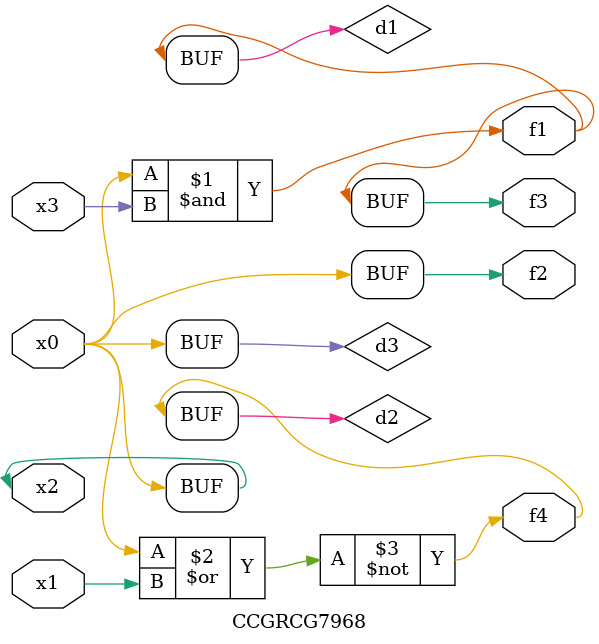
<source format=v>
module CCGRCG7968(
	input x0, x1, x2, x3,
	output f1, f2, f3, f4
);

	wire d1, d2, d3;

	and (d1, x2, x3);
	nor (d2, x0, x1);
	buf (d3, x0, x2);
	assign f1 = d1;
	assign f2 = d3;
	assign f3 = d1;
	assign f4 = d2;
endmodule

</source>
